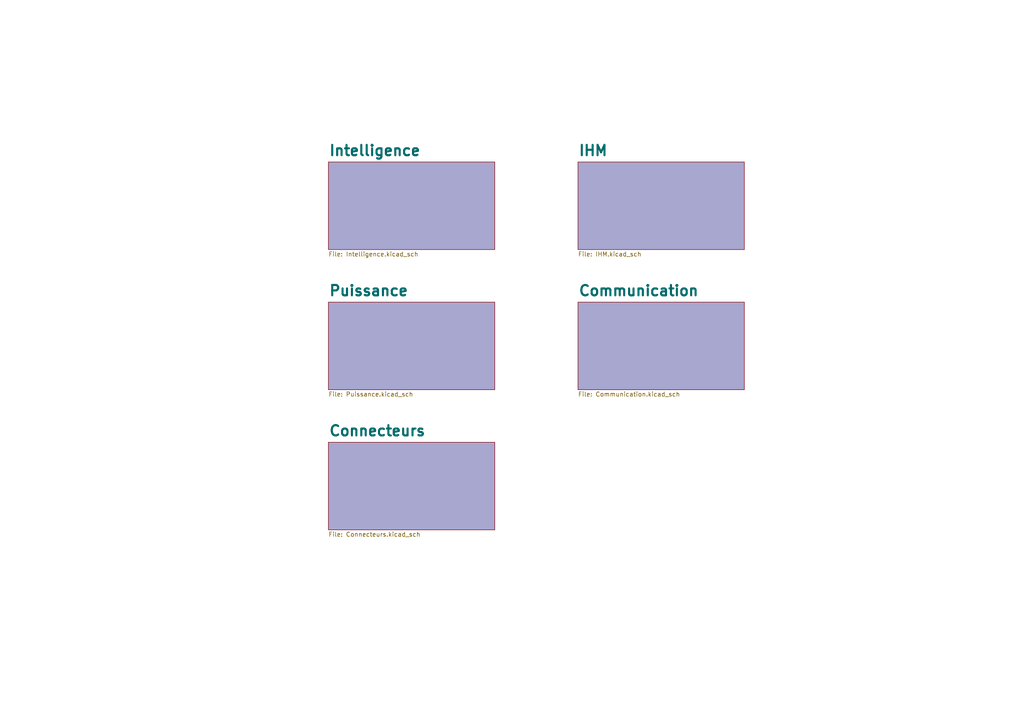
<source format=kicad_sch>
(kicad_sch (version 20211123) (generator eeschema)
  (paper "A4")
  (title_block (title "Feuille principale carte moteur") (rev "0.1") (company "AstroMonkeys"))
  (lib_symbols)
  (sheet (at 95.25 128.27) (size 48.26 25.4) (stroke (width 0.1524)) (fill (color 82 81 161 0.5020))
    (property "Sheet name" "Connecteurs" (at 95.25 126.6934 0) (effects (font (size 3 3) bold) (justify left bottom)))
    (property "Sheet file" "Connecteurs.kicad_sch" (at 95.25 154.2546 0) (effects (justify left top)))
  )
  (sheet (at 167.64 46.99) (size 48.26 25.4) (stroke (width 0.1524)) (fill (color 82 81 161 0.5020))
    (property "Sheet name" "IHM" (at 167.64 45.4134 0) (effects (font (size 3 3) bold) (justify left bottom)))
    (property "Sheet file" "IHM.kicad_sch" (at 167.64 72.9746 0) (effects (justify left top)))
  )
  (sheet (at 95.25 87.63) (size 48.26 25.4) (stroke (width 0.1524)) (fill (color 82 81 161 0.5020))
    (property "Sheet name" "Puissance" (at 95.25 86.0534 0) (effects (font (size 3 3) bold) (justify left bottom)))
    (property "Sheet file" "Puissance.kicad_sch" (at 95.25 113.6146 0) (effects (justify left top)))
  )
  (sheet (at 95.25 46.99) (size 48.26 25.4) (stroke (width 0.1524)) (fill (color 82 81 161 0.5000))
    (property "Sheet name" "Intelligence" (at 95.25 45.4134 0) (effects (font (size 3 3) bold) (justify left bottom)))
    (property "Sheet file" "Intelligence.kicad_sch" (at 95.25 72.9746 0) (effects (justify left top)))
  )
  (sheet (at 167.64 87.63) (size 48.26 25.4) (stroke (width 0.1524)) (fill (color 82 81 161 0.5000))
    (property "Sheet name" "Communication" (at 167.64 86.0534 0) (effects (font (size 3 3) bold) (justify left bottom)))
    (property "Sheet file" "Communication.kicad_sch" (at 167.64 113.6146 0) (effects (justify left top)))
  )
)
</source>
